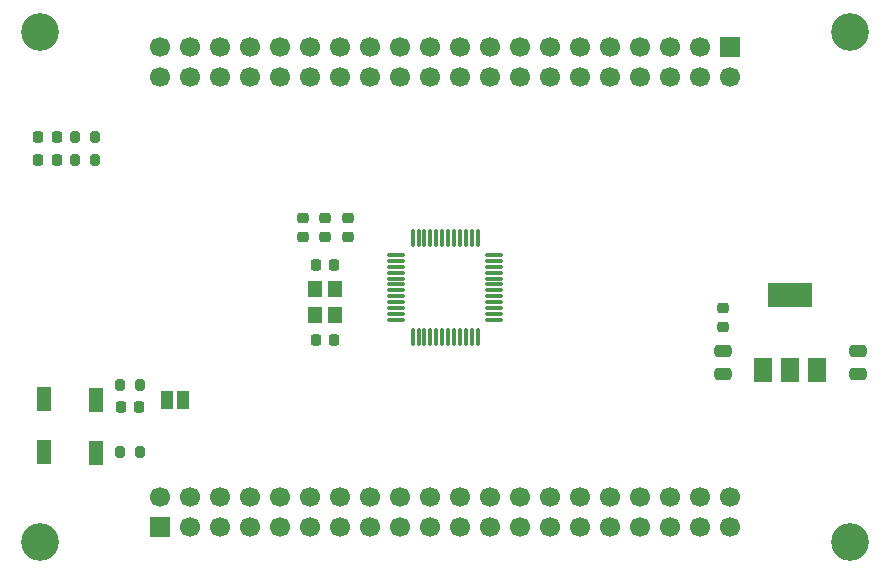
<source format=gbr>
%TF.GenerationSoftware,KiCad,Pcbnew,6.0.4+dfsg-1+b1*%
%TF.CreationDate,2022-05-06T01:05:30+08:00*%
%TF.ProjectId,mcustm32g030,6d637573-746d-4333-9267-3033302e6b69,a*%
%TF.SameCoordinates,Original*%
%TF.FileFunction,Soldermask,Top*%
%TF.FilePolarity,Negative*%
%FSLAX46Y46*%
G04 Gerber Fmt 4.6, Leading zero omitted, Abs format (unit mm)*
G04 Created by KiCad (PCBNEW 6.0.4+dfsg-1+b1) date 2022-05-06 01:05:30*
%MOMM*%
%LPD*%
G01*
G04 APERTURE LIST*
G04 Aperture macros list*
%AMRoundRect*
0 Rectangle with rounded corners*
0 $1 Rounding radius*
0 $2 $3 $4 $5 $6 $7 $8 $9 X,Y pos of 4 corners*
0 Add a 4 corners polygon primitive as box body*
4,1,4,$2,$3,$4,$5,$6,$7,$8,$9,$2,$3,0*
0 Add four circle primitives for the rounded corners*
1,1,$1+$1,$2,$3*
1,1,$1+$1,$4,$5*
1,1,$1+$1,$6,$7*
1,1,$1+$1,$8,$9*
0 Add four rect primitives between the rounded corners*
20,1,$1+$1,$2,$3,$4,$5,0*
20,1,$1+$1,$4,$5,$6,$7,0*
20,1,$1+$1,$6,$7,$8,$9,0*
20,1,$1+$1,$8,$9,$2,$3,0*%
G04 Aperture macros list end*
%ADD10RoundRect,0.225000X-0.225000X-0.250000X0.225000X-0.250000X0.225000X0.250000X-0.225000X0.250000X0*%
%ADD11R,1.200000X2.000000*%
%ADD12RoundRect,0.200000X-0.200000X-0.275000X0.200000X-0.275000X0.200000X0.275000X-0.200000X0.275000X0*%
%ADD13R,1.500000X2.000000*%
%ADD14R,3.800000X2.000000*%
%ADD15RoundRect,0.225000X0.250000X-0.225000X0.250000X0.225000X-0.250000X0.225000X-0.250000X-0.225000X0*%
%ADD16RoundRect,0.218750X0.218750X0.256250X-0.218750X0.256250X-0.218750X-0.256250X0.218750X-0.256250X0*%
%ADD17RoundRect,0.200000X0.200000X0.275000X-0.200000X0.275000X-0.200000X-0.275000X0.200000X-0.275000X0*%
%ADD18RoundRect,0.075000X-0.662500X-0.075000X0.662500X-0.075000X0.662500X0.075000X-0.662500X0.075000X0*%
%ADD19RoundRect,0.075000X-0.075000X-0.662500X0.075000X-0.662500X0.075000X0.662500X-0.075000X0.662500X0*%
%ADD20R,1.000000X1.500000*%
%ADD21RoundRect,0.250000X0.475000X-0.250000X0.475000X0.250000X-0.475000X0.250000X-0.475000X-0.250000X0*%
%ADD22R,1.200000X1.400000*%
%ADD23RoundRect,0.250000X-0.475000X0.250000X-0.475000X-0.250000X0.475000X-0.250000X0.475000X0.250000X0*%
%ADD24RoundRect,0.225000X0.225000X0.250000X-0.225000X0.250000X-0.225000X-0.250000X0.225000X-0.250000X0*%
%ADD25C,3.200000*%
%ADD26R,1.700000X1.700000*%
%ADD27C,1.700000*%
G04 APERTURE END LIST*
D10*
%TO.C,C8*%
X116065000Y-93345000D03*
X117615000Y-93345000D03*
%TD*%
D11*
%TO.C,SW1*%
X93050000Y-104725000D03*
X97450000Y-104775000D03*
%TD*%
D12*
%TO.C,R2*%
X95695000Y-82550000D03*
X97345000Y-82550000D03*
%TD*%
D13*
%TO.C,U1*%
X153910000Y-102210000D03*
X156210000Y-102210000D03*
D14*
X156210000Y-95910000D03*
D13*
X158510000Y-102210000D03*
%TD*%
D15*
%TO.C,C4*%
X114935000Y-90945000D03*
X114935000Y-89395000D03*
%TD*%
D16*
%TO.C,D1*%
X94132500Y-82550000D03*
X92557500Y-82550000D03*
%TD*%
D17*
%TO.C,R1*%
X101155000Y-103505000D03*
X99505000Y-103505000D03*
%TD*%
D15*
%TO.C,C2*%
X150495000Y-98565000D03*
X150495000Y-97015000D03*
%TD*%
D18*
%TO.C,U2*%
X122837500Y-92500000D03*
X122837500Y-93000000D03*
X122837500Y-93500000D03*
X122837500Y-94000000D03*
X122837500Y-94500000D03*
X122837500Y-95000000D03*
X122837500Y-95500000D03*
X122837500Y-96000000D03*
X122837500Y-96500000D03*
X122837500Y-97000000D03*
X122837500Y-97500000D03*
X122837500Y-98000000D03*
D19*
X124250000Y-99412500D03*
X124750000Y-99412500D03*
X125250000Y-99412500D03*
X125750000Y-99412500D03*
X126250000Y-99412500D03*
X126750000Y-99412500D03*
X127250000Y-99412500D03*
X127750000Y-99412500D03*
X128250000Y-99412500D03*
X128750000Y-99412500D03*
X129250000Y-99412500D03*
X129750000Y-99412500D03*
D18*
X131162500Y-98000000D03*
X131162500Y-97500000D03*
X131162500Y-97000000D03*
X131162500Y-96500000D03*
X131162500Y-96000000D03*
X131162500Y-95500000D03*
X131162500Y-95000000D03*
X131162500Y-94500000D03*
X131162500Y-94000000D03*
X131162500Y-93500000D03*
X131162500Y-93000000D03*
X131162500Y-92500000D03*
D19*
X129750000Y-91087500D03*
X129250000Y-91087500D03*
X128750000Y-91087500D03*
X128250000Y-91087500D03*
X127750000Y-91087500D03*
X127250000Y-91087500D03*
X126750000Y-91087500D03*
X126250000Y-91087500D03*
X125750000Y-91087500D03*
X125250000Y-91087500D03*
X124750000Y-91087500D03*
X124250000Y-91087500D03*
%TD*%
D10*
%TO.C,C3*%
X99555000Y-105410000D03*
X101105000Y-105410000D03*
%TD*%
D20*
%TO.C,JP1*%
X103490000Y-104775000D03*
X104790000Y-104775000D03*
%TD*%
D11*
%TO.C,SW2*%
X97450000Y-109270000D03*
X93050000Y-109220000D03*
%TD*%
D15*
%TO.C,C6*%
X118745000Y-90945000D03*
X118745000Y-89395000D03*
%TD*%
D21*
%TO.C,C1*%
X161925000Y-102550000D03*
X161925000Y-100650000D03*
%TD*%
D12*
%TO.C,R4*%
X99505000Y-109220000D03*
X101155000Y-109220000D03*
%TD*%
D15*
%TO.C,C5*%
X116840000Y-90945000D03*
X116840000Y-89395000D03*
%TD*%
D22*
%TO.C,Y1*%
X115990000Y-95420000D03*
X115990000Y-97620000D03*
X117690000Y-97620000D03*
X117690000Y-95420000D03*
%TD*%
D12*
%TO.C,R3*%
X95695000Y-84455000D03*
X97345000Y-84455000D03*
%TD*%
D16*
%TO.C,D2*%
X94132500Y-84455000D03*
X92557500Y-84455000D03*
%TD*%
D23*
%TO.C,C7*%
X150495000Y-100650000D03*
X150495000Y-102550000D03*
%TD*%
D24*
%TO.C,C9*%
X117615000Y-99695000D03*
X116065000Y-99695000D03*
%TD*%
D25*
%TO.C,J1*%
X161290000Y-73660000D03*
X161290000Y-116840000D03*
X92710000Y-116840000D03*
X92710000Y-73660000D03*
D26*
X102870000Y-115570000D03*
D27*
X102870000Y-113030000D03*
X105410000Y-115570000D03*
X105410000Y-113030000D03*
X107950000Y-115570000D03*
X107950000Y-113030000D03*
X110490000Y-115570000D03*
X110490000Y-113030000D03*
X113030000Y-115570000D03*
X113030000Y-113030000D03*
X115570000Y-115570000D03*
X115570000Y-113030000D03*
X118110000Y-115570000D03*
X118110000Y-113030000D03*
X120650000Y-115570000D03*
X120650000Y-113030000D03*
X123190000Y-115570000D03*
X123190000Y-113030000D03*
X125730000Y-115570000D03*
X125730000Y-113030000D03*
X128270000Y-115570000D03*
X128270000Y-113030000D03*
X130810000Y-115570000D03*
X130810000Y-113030000D03*
X133350000Y-115570000D03*
X133350000Y-113030000D03*
X135890000Y-115570000D03*
X135890000Y-113030000D03*
X138430000Y-115570000D03*
X138430000Y-113030000D03*
X140970000Y-115570000D03*
X140970000Y-113030000D03*
X143510000Y-115570000D03*
X143510000Y-113030000D03*
X146050000Y-115570000D03*
X146050000Y-113030000D03*
X148590000Y-115570000D03*
X148590000Y-113030000D03*
X151130000Y-115570000D03*
X151130000Y-113030000D03*
D26*
X151130000Y-74930000D03*
D27*
X151130000Y-77470000D03*
X148590000Y-74930000D03*
X148590000Y-77470000D03*
X146050000Y-74930000D03*
X146050000Y-77470000D03*
X143510000Y-74930000D03*
X143510000Y-77470000D03*
X140970000Y-74930000D03*
X140970000Y-77470000D03*
X138430000Y-74930000D03*
X138430000Y-77470000D03*
X135890000Y-74930000D03*
X135890000Y-77470000D03*
X133350000Y-74930000D03*
X133350000Y-77470000D03*
X130810000Y-74930000D03*
X130810000Y-77470000D03*
X128270000Y-74930000D03*
X128270000Y-77470000D03*
X125730000Y-74930000D03*
X125730000Y-77470000D03*
X123190000Y-74930000D03*
X123190000Y-77470000D03*
X120650000Y-74930000D03*
X120650000Y-77470000D03*
X118110000Y-74930000D03*
X118110000Y-77470000D03*
X115570000Y-74930000D03*
X115570000Y-77470000D03*
X113030000Y-74930000D03*
X113030000Y-77470000D03*
X110490000Y-74930000D03*
X110490000Y-77470000D03*
X107950000Y-74930000D03*
X107950000Y-77470000D03*
X105410000Y-74930000D03*
X105410000Y-77470000D03*
X102870000Y-74930000D03*
X102870000Y-77470000D03*
%TD*%
M02*

</source>
